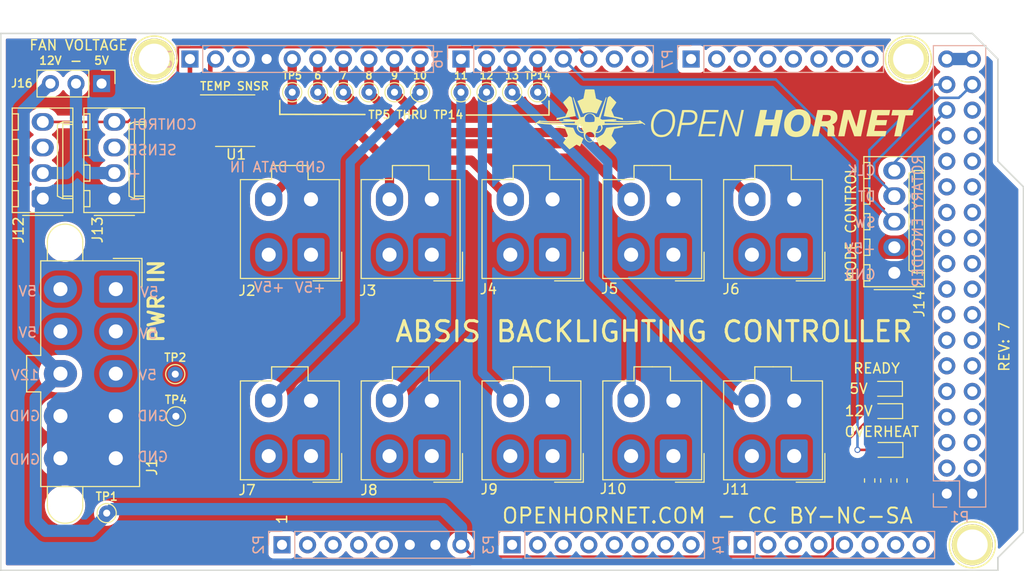
<source format=kicad_pcb>
(kicad_pcb (version 20211014) (generator pcbnew)
  (title_block (title "ABSIS Backlight Controller") (date "2023-03-29") (rev "7") (company "www.openhornet.com") (comment 1 "License:  CC BY-NC-SA") (comment 2 "1:  This is a 2 layer PCB") (comment 3 "2:  Each layer requires a 2 oz Copper Pour"))
  (layers (0 "F.Cu" signal) (31 "B.Cu" signal) (34 "B.Paste" user) (35 "F.Paste" user) (36 "B.SilkS" user "B.Silkscreen") (37 "F.SilkS" user "F.Silkscreen") (38 "B.Mask" user) (39 "F.Mask" user) (44 "Edge.Cuts" user))
  (net 0 "")
  (net 1 "GND")
  (net 2 "+5V")
  (net 3 "+3V3")
  (net 4 "+5VD")
  (net 5 "/+12V_SUPPLY")
  (net 6 "/+5V_SUPPLY")
  (net 7 "/52(SCK)")
  (net 8 "/53(SS)")
  (net 9 "/50(MISO)")
  (net 10 "/51(MOSI)")
  (net 11 "/48")
  (net 12 "/49")
  (net 13 "/46")
  (net 14 "/47")
  (net 15 "/44")
  (net 16 "/45")
  (net 17 "/42")
  (net 18 "/43")
  (net 19 "/40")
  (net 20 "/41")
  (net 21 "/38")
  (net 22 "/39")
  (net 23 "/36")
  (net 24 "/37")
  (net 25 "/34")
  (net 26 "/35")
  (net 27 "/32")
  (net 28 "/33")
  (net 29 "/30")
  (net 30 "/31")
  (net 31 "/28")
  (net 32 "/29")
  (net 33 "/26")
  (net 34 "/27")
  (net 35 "/24")
  (net 36 "/25")
  (net 37 "/22")
  (net 38 "/23")
  (net 39 "/Reset")
  (net 40 "/IOREF")
  (net 41 "Net-(P2-Pad1)")
  (net 42 "/A0")
  (net 43 "/A1")
  (net 44 "/A2")
  (net 45 "/A3")
  (net 46 "/A4")
  (net 47 "/A5")
  (net 48 "/A6")
  (net 49 "/A7")
  (net 50 "/A8")
  (net 51 "/A9")
  (net 52 "/A10")
  (net 53 "/A11")
  (net 54 "/A12")
  (net 55 "/A13")
  (net 56 "/A14")
  (net 57 "/A15")
  (net 58 "/SCL")
  (net 59 "/SDA")
  (net 60 "/AREF")
  (net 61 "/13(**)")
  (net 62 "/12(**)")
  (net 63 "/11(**)")
  (net 64 "/10(**)")
  (net 65 "/9(**)")
  (net 66 "/8(**)")
  (net 67 "/7(**)")
  (net 68 "/6(**)")
  (net 69 "/5(**)")
  (net 70 "/4(**)")
  (net 71 "/3(**)")
  (net 72 "/2(**)")
  (net 73 "/1(Tx0)")
  (net 74 "/0(Rx0)")
  (net 75 "/14(Tx3)")
  (net 76 "/15(Rx3)")
  (net 77 "/16(Tx2)")
  (net 78 "/17(Rx2)")
  (net 79 "/18(Tx1)")
  (net 80 "/19(Rx1)")
  (net 81 "/20(SDA)")
  (net 82 "/21(SCL)")
  (net 83 "Net-(U1-Pad7)")
  (net 84 "Net-(U1-Pad6)")
  (net 85 "Net-(U1-Pad5)")
  (net 86 "Net-(U1-Pad3)")
  (net 87 "Net-(J12-Pad3)")
  (net 88 "/FAN_SUPPLY")
  (net 89 "Net-(J13-Pad3)")
  (net 90 "Net-(D1-Pad1)")
  (net 91 "Net-(D2-Pad1)")
  (net 92 "Net-(D3-Pad1)")
  (footprint "OH_Footprints:Arduino_1pin" (layer "F.Cu") (at 199.898 119.126)
    (fp_text reference "MK3" hide)
    (fp_text value "MH" hide)
    (pad "1" thru_hole circle locked (at 0 0) (size 4.064 4.064) (drill 3.048) (layers *.Cu *.Mask "F.SilkS"))
  )
  (footprint "OH_Footprints:Arduino_1pin" (layer "F.Cu") (at 118.618 70.866)
    (fp_text reference "MK4" hide)
    (fp_text value "MH" hide)
    (pad "1" thru_hole circle locked (at 0 0) (size 4.064 4.064) (drill 3.048) (layers *.Cu *.Mask "F.SilkS"))
  )
  (footprint "OH_Footprints:Arduino_1pin" (layer "F.Cu") (at 193.548 70.866)
    (fp_text reference "MK6" hide)
    (fp_text value "MH" hide)
    (pad "1" thru_hole circle locked (at 0 0) (size 4.064 4.064) (drill 3.048) (layers *.Cu *.Mask "F.SilkS"))
  )
  (footprint "OH_Footprints:TestPoint_THTPad_D1.5mm_Drill0.7mm" (layer "F.Cu") (at 113.902 115.978)
    (fp_text reference "TP1" (at 0 -1.648) (layer "F.SilkS") (effects (font (size 0.8 0.8))))
    (fp_text value "TP-12")
    (pad "1" thru_hole circle (at 0 0) (size 1.5 1.5) (drill 0.7) (layers *.Cu *.Mask) (net 5 "/+12V_SUPPLY"))
  )
  (footprint "OH_Footprints:TestPoint_THTPad_D1.5mm_Drill0.7mm" (layer "F.Cu") (at 120.714 102.172)
    (fp_text reference "TP2" (at 0 -1.648) (layer "F.SilkS") (effects (font (size 0.8 0.8))))
    (fp_text value "TP-5V")
    (pad "1" thru_hole circle (at 0 0) (size 1.5 1.5) (drill 0.7) (layers *.Cu *.Mask) (net 6 "/+5V_SUPPLY"))
  )
  (footprint "OH_Footprints:TestPoint_THTPad_D1.5mm_Drill0.7mm" (layer "F.Cu") (at 120.777 106.362)
    (fp_text reference "TP4" (at 0 -1.648) (layer "F.SilkS") (effects (font (size 0.8 0.8))))
    (fp_text value "TP-GND")
    (pad "1" thru_hole circle (at 0 0) (size 1.5 1.5) (drill 0.7) (layers *.Cu *.Mask) (net 1 "GND"))
  )
  (footprint "OH_Footprints:TestPoint_THTPad_D1.5mm_Drill0.7mm" (layer "F.Cu") (at 149.098 74.168)
    (fp_text reference "11" (at 0 -1.648) (layer "F.SilkS") (effects (font (size 0.7 0.7))))
    (fp_text value "TP-BL7")
    (pad "1" thru_hole circle (at 0 0) (size 1.5 1.5) (drill 0.7) (layers *.Cu *.Mask) (net 67 "/7(**)"))
  )
  (footprint "OH_Footprints:Molex_Mini-Fit_Jr_5566-10A2_2x05_P4.20mm_Vertical" (layer "F.Cu") (at 114.808 93.726 -90)
    (fp_text reference "J1" (at 17.68 -3.5898 -90) (layer "F.SilkS"))
    (fp_text value "PWR IN" hide)
    (pad "" np_thru_hole circle (at -4.7 5.04 270) (size 3 3) (drill 3) (layers *.Cu *.Mask))
    (pad "" np_thru_hole circle (at 21.5 5.04 270) (size 3 3) (drill 3) (layers *.Cu *.Mask))
    (pad "1" thru_hole roundrect (at 0 0 270) (size 2.7 3.3) (drill 1.4) (layers *.Cu *.Mask) (roundrect_rratio 0.09259296296) (net 6 "/+5V_SUPPLY"))
    (pad "2" thru_hole oval (at 4.2 0 270) (size 2.7 3.3) (drill 1.4) (layers *.Cu *.Mask) (net 6 "/+5V_SUPPLY"))
    (pad "3" thru_hole oval (at 8.4 0 270) (size 2.7 3.3) (drill 1.4) (layers *.Cu *.Mask) (net 6 "/+5V_SUPPLY"))
    (pad "4" thru_hole oval (at 12.6 0 270) (size 2.7 3.3) (drill 1.4) (layers *.Cu *.Mask) (net 1 "GND"))
    (pad "5" thru_hole oval (at 16.8 0 270) (size 2.7 3.3) (drill 1.4) (layers *.Cu *.Mask) (net 1 "GND"))
    (pad "6" thru_hole oval (at 0 5.5 270) (size 2.7 3.3) (drill 1.4) (layers *.Cu *.Mask) (net 6 "/+5V_SUPPLY"))
    (pad "7" thru_hole oval (at 4.2 5.5 270) (size 2.7 3.3) (drill 1.4) (layers *.Cu *.Mask) (net 6 "/+5V_SUPPLY"))
    (pad "8" thru_hole oval (at 8.4 5.5 270) (size 2.7 3.3) (drill 1.4) (layers *.Cu *.Mask) (net 5 "/+12V_SUPPLY"))
    (pad "9" thru_hole oval (at 12.6 5.5 270) (size 2.7 3.3) (drill 1.4) (layers *.Cu *.Mask) (net 1 "GND"))
    (pad "10" thru_hole oval (at 16.8 5.5 270) (size 2.7 3.3) (drill 1.4) (layers *.Cu *.Mask) (net 1 "GND"))
  )
  (footprint "OH_Footprints:Molex_Mini-Fit_Jr_5566-04A_2x02_P4.20mm_Vertical" (layer "F.Cu") (at 146.198 90.306 180)
    (fp_text reference "J3" (at 6.3626 -3.574 180) (layer "F.SilkS"))
    (fp_text value "BL #2")
    (pad "1" thru_hole roundrect (at 0 0 180) (size 2.7 3.3) (drill 1.4) (layers *.Cu *.Mask) (roundrect_rratio 0.09259296296) (net 6 "/+5V_SUPPLY"))
    (pad "2" thru_hole oval (at 4.2 0 180) (size 2.7 3.3) (drill 1.4) (layers *.Cu *.Mask) (net 6 "/+5V_SUPPLY"))
    (pad "3" thru_hole oval (at 0 5.5 180) (size 2.7 3.3) (drill 1.4) (layers *.Cu *.Mask) (net 1 "GND"))
    (pad "4" thru_hole oval (at 4.2 5.5 180) (size 2.7 3.3) (drill 1.4) (layers *.Cu *.Mask) (net 62 "/12(**)"))
  )
  (footprint "OH_Footprints:Molex_Mini-Fit_Jr_5566-04A_2x02_P4.20mm_Vertical" (layer "F.Cu") (at 158.198 90.306 180)
    (fp_text reference "J4" (at 6.3738 -3.4216 180) (layer "F.SilkS"))
    (fp_text value "BL #3")
    (pad "1" thru_hole roundrect (at 0 0 180) (size 2.7 3.3) (drill 1.4) (layers *.Cu *.Mask) (roundrect_rratio 0.09259296296) (net 6 "/+5V_SUPPLY"))
    (pad "2" thru_hole oval (at 4.2 0 180) (size 2.7 3.3) (drill 1.4) (layers *.Cu *.Mask) (net 6 "/+5V_SUPPLY"))
    (pad "3" thru_hole oval (at 0 5.5 180) (size 2.7 3.3) (drill 1.4) (layers *.Cu *.Mask) (net 1 "GND"))
    (pad "4" thru_hole oval (at 4.2 5.5 180) (size 2.7 3.3) (drill 1.4) (layers *.Cu *.Mask) (net 63 "/11(**)"))
  )
  (footprint "OH_Footprints:Molex_Mini-Fit_Jr_5566-04A_2x02_P4.20mm_Vertical" (layer "F.Cu") (at 170.198 90.306 180)
    (fp_text reference "J5" (at 6.3342 -3.3708 180) (layer "F.SilkS"))
    (fp_text value "BL #4")
    (pad "1" thru_hole roundrect (at 0 0 180) (size 2.7 3.3) (drill 1.4) (layers *.Cu *.Mask) (roundrect_rratio 0.09259296296) (net 6 "/+5V_SUPPLY"))
    (pad "2" thru_hole oval (at 4.2 0 180) (size 2.7 3.3) (drill 1.4) (layers *.Cu *.Mask) (net 6 "/+5V_SUPPLY"))
    (pad "3" thru_hole oval (at 0 5.5 180) (size 2.7 3.3) (drill 1.4) (layers *.Cu *.Mask) (net 1 "GND"))
    (pad "4" thru_hole oval (at 4.2 5.5 180) (size 2.7 3.3) (drill 1.4) (layers *.Cu *.Mask) (net 64 "/10(**)"))
  )
  (footprint "OH_Footprints:Molex_Mini-Fit_Jr_5566-04A_2x02_P4.20mm_Vertical" (layer "F.Cu") (at 182.198 90.306 180)
    (fp_text reference "J6" (at 6.2692 -3.4216 180) (layer "F.SilkS"))
    (fp_text value "BL #5")
    (pad "1" thru_hole roundrect (at 0 0 180) (size 2.7 3.3) (drill 1.4) (layers *.Cu *.Mask) (roundrect_rratio 0.09259296296) (net 6 "/+5V_SUPPLY"))
    (pad "2" thru_hole oval (at 4.2 0 180) (size 2.7 3.3) (drill 1.4) (layers *.Cu *.Mask) (net 6 "/+5V_SUPPLY"))
    (pad "3" thru_hole oval (at 0 5.5 180) (size 2.7 3.3) (drill 1.4) (layers *.Cu *.Mask) (net 1 "GND"))
    (pad "4" thru_hole oval (at 4.2 5.5 180) (size 2.7 3.3) (drill 1.4) (layers *.Cu *.Mask) (net 65 "/9(**)"))
  )
  (footprint "OH_Footprints:Molex_Mini-Fit_Jr_5566-04A_2x02_P4.20mm_Vertical" (layer "F.Cu") (at 134.198 110.306 180)
    (fp_text reference "J7" (at 6.3514 -3.386 180) (layer "F.SilkS"))
    (fp_text value "BL #6")
    (pad "1" thru_hole roundrect (at 0 0 180) (size 2.7 3.3) (drill 1.4) (layers *.Cu *.Mask) (roundrect_rratio 0.09259296296) (net 6 "/+5V_SUPPLY"))
    (pad "2" thru_hole oval (at 4.2 0 180) (size 2.7 3.3) (drill 1.4) (layers *.Cu *.Mask) (net 6 "/+5V_SUPPLY"))
    (pad "3" thru_hole oval (at 0 5.5 180) (size 2.7 3.3) (drill 1.4) (layers *.Cu *.Mask) (net 1 "GND"))
    (pad "4" thru_hole oval (at 4.2 5.5 180) (size 2.7 3.3) (drill 1.4) (layers *.Cu *.Mask) (net 66 "/8(**)"))
  )
  (footprint "OH_Footprints:Molex_Mini-Fit_Jr_5566-04A_2x02_P4.20mm_Vertical" (layer "F.Cu") (at 146.198 110.306 180)
    (fp_text reference "J8" (at 6.2356 -3.386 180) (layer "F.SilkS"))
    (fp_text value "BL #7")
    (pad "1" thru_hole roundrect (at 0 0 180) (size 2.7 3.3) (drill 1.4) (layers *.Cu *.Mask) (roundrect_rratio 0.09259296296) (net 6 "/+5V_SUPPLY"))
    (pad "2" thru_hole oval (at 4.2 0 180) (size 2.7 3.3) (drill 1.4) (layers *.Cu *.Mask) (net 6 "/+5V_SUPPLY"))
    (pad "3" thru_hole oval (at 0 5.5 180) (size 2.7 3.3) (drill 1.4) (layers *.Cu *.Mask) (net 1 "GND"))
    (pad "4" thru_hole oval (at 4.2 5.5 180) (size 2.7 3.3) (drill 1.4) (layers *.Cu *.Mask) (net 67 "/7(**)"))
  )
  (footprint "OH_Footprints:Molex_Mini-Fit_Jr_5566-04A_2x02_P4.20mm_Vertical" (layer "F.Cu") (at 158.198 110.306 180)
    (fp_text reference "J9" (at 6.2976 -3.3098 180) (layer "F.SilkS"))
    (fp_text value "BL #8")
    (pad "1" thru_hole roundrect (at 0 0 180) (size 2.7 3.3) (drill 1.4) (layers *.Cu *.Mask) (roundrect_rratio 0.09259296296) (net 6 "/+5V_SUPPLY"))
    (pad "2" thru_hole oval (at 4.2 0 180) (size 2.7 3.3) (drill 1.4) (layers *.Cu *.Mask) (net 6 "/+5V_SUPPLY"))
    (pad "3" thru_hole oval (at 0 5.5 180) (size 2.7 3.3) (drill 1.4) (layers *.Cu *.Mask) (net 1 "GND"))
    (pad "4" thru_hole oval (at 4.2 5.5 180) (size 2.7 3.3) (drill 1.4) (layers *.Cu *.Mask) (net 68 "/6(**)"))
  )
  (footprint "OH_Footprints:Molex_Mini-Fit_Jr_5566-04A_2x02_P4.20mm_Vertical" (layer "F.Cu") (at 170.198 110.306 180)
    (fp_text reference "J10" (at 5.9786 -3.259 180) (layer "F.SilkS"))
    (fp_text value "BL #9")
    (pad "1" thru_hole roundrect (at 0 0 180) (size 2.7 3.3) (drill 1.4) (layers *.Cu *.Mask) (roundrect_rratio 0.09259296296) (net 6 "/+5V_SUPPLY"))
    (pad "2" thru_hole oval (at 4.2 0 180) (size 2.7 3.3) (drill 1.4) (layers *.Cu *.Mask) (net 6 "/+5V_SUPPLY"))
    (pad "3" thru_hole oval (at 0 5.5 180) (size 2.7 3.3) (drill 1.4) (layers *.Cu *.Mask) (net 1 "GND"))
    (pad "4" thru_hole oval (at 4.2 5.5 180) (size 2.7 3.3) (drill 1.4) (layers *.Cu *.Mask) (net 69 "/5(**)"))
  )
  (footprint "OH_Footprints:Molex_Mini-Fit_Jr_5566-04A_2x02_P4.20mm_Vertical" (layer "F.Cu") (at 182.198 110.306 180)
    (fp_text reference "J11" (at 5.7866 -3.3098 180) (layer "F.SilkS"))
    (fp_text value "BL #10")
    (pad "1" thru_hole roundrect (at 0 0 180) (size 2.7 3.3) (drill 1.4) (layers *.Cu *.Mask) (roundrect_rratio 0.09259296296) (net 6 "/+5V_SUPPLY"))
    (pad "2" thru_hole oval (at 4.2 0 180) (size 2.7 3.3) (drill 1.4) (layers *.Cu *.Mask) (net 6 "/+5V_SUPPLY"))
    (pad "3" thru_hole oval (at 0 5.5 180) (size 2.7 3.3) (drill 1.4) (layers *.Cu *.Mask) (net 1 "GND"))
    (pad "4" thru_hole oval (at 4.2 5.5 180) (size 2.7 3.3) (drill 1.4) (layers *.Cu *.Mask) (net 70 "/4(**)"))
  )
  (footprint "OH_Footprints:TestPoint_THTPad_D1.5mm_Drill0.7mm" (layer "F.Cu") (at 134.874 74.168)
    (fp_text reference "6" (at 0 -1.648) (layer "F.SilkS") (effects (font (size 0.7 0.7))))
    (fp_text value "TP-BL2")
    (pad "1" thru_hole circle (at 0 0) (size 1.5 1.5) (drill 0.7) (layers *.Cu *.Mask) (net 62 "/12(**)"))
  )
  (footprint "OH_Footprints:TestPoint_THTPad_D1.5mm_Drill0.7mm" (layer "F.Cu") (at 132.334 74.168)
    (fp_text reference "TP5" (at 0 -1.648) (layer "F.SilkS") (effects (font (size 0.7 0.7))))
    (fp_text value "TP-BL1")
    (pad "1" thru_hole circle (at 0 0) (size 1.5 1.5) (drill 0.7) (layers *.Cu *.Mask) (net 61 "/13(**)"))
  )
  (footprint "OH_Footprints:TestPoint_THTPad_D1.5mm_Drill0.7mm" (layer "F.Cu") (at 151.638 74.168)
    (fp_text reference "12" (at 0 -1.648) (layer "F.SilkS") (effects (font (size 0.7 0.7))))
    (fp_text value "TP-BL8")
    (pad "1" thru_hole circle (at 0 0) (size 1.5 1.5) (drill 0.7) (layers *.Cu *.Mask) (net 68 "/6(**)"))
  )
  (footprint "OH_Footprints:TestPoint_THTPad_D1.5mm_Drill0.7mm" (layer "F.Cu") (at 145.034 74.168)
    (fp_text reference "10" (at 0 -1.648) (layer "F.SilkS") (effects (font (size 0.7 0.7))))
    (fp_text value "TP-BL6")
    (pad "1" thru_hole circle (at 0 0) (size 1.5 1.5) (drill 0.7) (layers *.Cu *.Mask) (net 66 "/8(**)"))
  )
  (footprint "OH_Footprints:TestPoint_THTPad_D1.5mm_Drill0.7mm" (layer "F.Cu") (at 142.494 74.168)
    (fp_text reference "9" (at 0 -1.648) (layer "F.SilkS") (effects (font (size 0.7 0.7))))
    (fp_text value "TP-BL5")
    (pad "1" thru_hole circle (at 0 0) (size 1.5 1.5) (drill 0.7) (layers *.Cu *.Mask) (net 65 "/9(**)"))
  )
  (footprint "OH_Footprints:TestPoint_THTPad_D1.5mm_Drill0.7mm" (layer "F.Cu") (at 154.178 74.168)
    (fp_text reference "13" (at 0 -1.648) (layer "F.SilkS") (effects (font (size 0.7 0.7))))
    (fp_text value "TP-BL9")
    (pad "1" thru_hole circle (at 0 0) (size 1.5 1.5) (drill 0.7) (layers *.Cu *.Mask) (net 69 "/5(**)"))
  )
  (footprint "OH_Footprints:TestPoint_THTPad_D1.5mm_Drill0.7mm" (layer "F.Cu") (at 139.954 74.168)
    (fp_text reference "8" (at 0 -1.648) (layer "F.SilkS") (effects (font (size 0.7 0.7))))
    (fp_text value "TP-BL4")
    (pad "1" thru_hole circle (at 0 0) (size 1.5 1.5) (drill 0.7) (layers *.Cu *.Mask) (net 64 "/10(**)"))
  )
  (footprint "OH_Footprints:TestPoint_THTPad_D1.5mm_Drill0.7mm" (layer "F.Cu") (at 156.718 74.168)
    (fp_text reference "TP14" (at 0 -1.648) (layer "F.SilkS") (effects (font (size 0.7 0.7))))
    (fp_text value "TP-BL10")
    (pad "1" thru_hole circle (at 0 0) (size 1.5 1.5) (drill 0.7) (layers *.Cu *.Mask) (net 70 "/4(**)"))
  )
  (footprint "OH_Footprints:TestPoint_THTPad_D1.5mm_Drill0.7mm" (layer "F.Cu") (at 137.414 74.168)
    (fp_text reference "7" (at 0 -1.648) (layer "F.SilkS") (effects (font (size 0.7 0.7))))
    (fp_text value "TP-BL3")
    (pad "1" thru_hole circle (at 0 0) (size 1.5 1.5) (drill 0.7) (layers *.Cu *.Mask) (net 63 "/11(**)"))
  )
  (footprint "OH_Footprints:Molex_Mini-Fit_Jr_5566-04A_2x02_P4.20mm_Vertical" (layer "F.Cu") (at 134.198 90.306 180)
    (fp_text reference "J2" (at 6.3514 -3.574 180) (layer "F.SilkS"))
    (fp_text value "BL #1")
    (pad "1" thru_hole roundrect (at 0 0 180) (size 2.7 3.3) (drill 1.4) (layers *.Cu *.Mask) (roundrect_rratio 0.09259296296) (net 6 "/+5V_SUPPLY"))
    (pad "2" thru_hole oval (at 4.2 0 180) (size 2.7 3.3) (drill 1.4) (layers *.Cu *.Mask) (net 6 "/+5V_SUPPLY"))
    (pad "3" thru_hole oval (at 0 5.5 180) (size 2.7 3.3) (drill 1.4) (layers *.Cu *.Mask) (net 1 "GND"))
    (pad "4" thru_hole oval (at 4.2 5.5 180) (size 2.7 3.3) (drill 1.4) (layers *.Cu *.Mask) (net 61 "/13(**)"))
  )
  (footprint "OH_Footprints:LED_0603_1608Metric_Pad1.05x0.95mm_HandSolder" (layer "F.Cu") (at 191.291 103.628 180)
    (fp_text reference "D1" hide)
    (fp_text value "5V" (at 2.693 0.012) (layer "F.SilkS"))
    (pad "1" smd roundrect (at -0.875 0 180) (size 1.05 0.95) (layers "F.Cu" "F.Paste" "F.Mask") (net 90 "Net-(D1-Pad1)"))
    (pad "2" smd roundrect (at 0.875 0 180) (size 1.05 0.95) (layers "F.Cu" "F.Paste" "F.Mask") (net 6 "/+5V_SUPPLY"))
  )
  (footprint "OH_Footprints:LED_0603_1608Metric_Pad1.05x0.95mm_HandSolder" (layer "F.Cu") (at 191.308 105.846 180)
    (fp_text reference "D2" hide)
    (fp_text value "12V" (at 2.693 0.012) (layer "F.SilkS"))
    (pad "1" smd roundrect (at -0.875 0 180) (size 1.05 0.95) (layers "F.Cu" "F.Paste" "F.Mask") (net 91 "Net-(D2-Pad1)"))
    (pad "2" smd roundrect (at 0.875 0 180) (size 1.05 0.95) (layers "F.Cu" "F.Paste" "F.Mask") (net 5 "/+12V_SUPPLY"))
  )
  (footprint "OH_Footprints:R_0603_1608Metric_Pad1.05x0.95mm_HandSolder" (layer "F.Cu") (at 192.908 112.736 90)
    (fp_text reference "R1" hide)
    (fp_text value "2.2K")
    (pad "1" smd roundrect (at -0.875 0 90) (size 1.05 0.95) (layers "F.Cu" "F.Paste" "F.Mask") (net 1 "GND"))
    (pad "2" smd roundrect (at 0.875 0 90) (size 1.05 0.95) (layers "F.Cu" "F.Paste" "F.Mask") (net 90 "Net-(D1-Pad1)"))
  )
  (footprint "OH_Footprints:R_0603_1608Metric_Pad1.05x0.95mm_HandSolder" (layer "F.Cu") (at 191.303 112.736 90)
    (fp_text reference "R2" hide)
    (fp_text value "4.7K")
    (pad "1" smd roundrect (at -0.875 0 90) (size 1.05 0.95) (layers "F.Cu" "F.Paste" "F.Mask") (net 1 "GND"))
    (pad "2" smd roundrect (at 0.875 0 90) (size 1.05 0.95) (layers "F.Cu" "F.Paste" "F.Mask") (net 91 "Net-(D2-Pad1)"))
  )
  (footprint "OH_Footprints:SOIC-8_3.9x4.9mm_P1.27mm" (layer "F.Cu") (at 126.667 76.989)
    (fp_text reference "U1" (at 0.0874 3.3528) (layer "F.SilkS"))
    (fp_text value "LM75C")
    (pad "1" smd roundrect (at -2.475 -1.905) (size 1.95 0.6) (layers "F.Cu" "F.Paste" "F.Mask") (net 59 "/SDA"))
    (pad "2" smd roundrect (at -2.475 -0.635) (size 1.95 0.6) (layers "F.Cu" "F.Paste" "F.Mask") (net 58 "/SCL"))
    (pad "3" smd roundrect (at -2.475 0.635) (size 1.95 0.6) (layers "F.Cu" "F.Paste" "F.Mask") (net 86 "Net-(U1-Pad3)"))
    (pad "4" smd roundrect (at -2.475 1.905) (size 1.95 0.6) (layers "F.Cu" "F.Paste" "F.Mask") (net 1 "GND"))
    (pad "5" smd roundrect (at 2.475 1.905) (size 1.95 0.6) (layers "F.Cu" "F.Paste" "F.Mask") (net 85 "Net-(U1-Pad5)"))
    (pad "6" smd roundrect (at 2.475 0.635) (size 1.95 0.6) (layers "F.Cu" "F.Paste" "F.Mask") (net 84 "Net-(U1-Pad6)"))
    (pad "7" smd roundrect (at 2.475 -0.635) (size 1.95 0.6) (layers "F.Cu" "F.Paste" "F.Mask") (net 83 "Net-(U1-Pad7)"))
    (pad "8" smd roundrect (at 2.475 -1.905) (size 1.95 0.6) (layers "F.Cu" "F.Paste" "F.Mask") (net 6 "/+5V_SUPPLY"))
  )
  (footprint "OH_Footprints:OH_LOGO_37.7mm_5.9mm" (layer "F.Cu") (at 175.223065 76.862)
    (fp_text reference "G***" hide)
    (fp_text value "LOGO" hide)
  )
  (footprint "OH_Footprints:Molex_KK-254_AE-6410-04A_1x04_P2.54mm_Vertical" (layer "F.Cu") (at 107.552 84.736 90)
    (fp_text reference "J12" (at -3.1242 -2.413 90) (layer "F.SilkS"))
    (fp_text value "Conn_01x04_Female")
    (pad "1" thru_hole roundrect (at 0 0 90) (size 1.74 2.19) (drill 1.19) (layers *.Cu *.Mask) (roundrect_rratio 0.1436781609) (net 1 "GND"))
    (pad "2" thru_hole oval (at 2.54 0 90) (size 1.74 2.19) (drill 1.19) (layers *.Cu *.Mask) (net 88 "/FAN_SUPPLY"))
    (pad "3" thru_hole oval (at 5.08 0 90) (size 1.74 2.19) (drill 1.19) (layers *.Cu *.Mask) (net 87 "Net-(J12-Pad3)"))
    (pad "4" thru_hole oval (at 7.62 0 90) (size 1.74 2.19) (drill 1.19) (layers *.Cu *.Mask) (net 72 "/2(**)"))
  )
  (footprint "OH_Footprints:Molex_KK-254_AE-6410-04A_1x04_P2.54mm_Vertical" (layer "F.Cu") (at 114.664 84.736 90)
    (fp_text reference "J13" (at -3.0988 -1.6764 90) (layer "F.SilkS"))
    (fp_text value "Conn_01x04_Female")
    (pad "1" thru_hole roundrect (at 0 0 90) (size 1.74 2.19) (drill 1.19) (layers *.Cu *.Mask) (roundrect_rratio 0.1436781609) (net 1 "GND"))
    (pad "2" thru_hole oval (at 2.54 0 90) (size 1.74 2.19) (drill 1.19) (layers *.Cu *.Mask) (net 88 "/FAN_SUPPLY"))
    (pad "3" thru_hole oval (at 5.08 0 90) (size 1.74 2.19) (drill 1.19) (layers *.Cu *.Mask) (net 89 "Net-(J13-Pad3)"))
    (pad "4" thru_hole oval (at 7.62 0 90) (size 1.74 2.19) (drill 1.19) (layers *.Cu *.Mask) (net 72 "/2(**)"))
  )
  (footprint "OH_Footprints:PinHeader_1x03_P2.54mm_Vertical" (layer "F.Cu") (at 113.394 73.306 -90)
    (fp_text reference "J16" (at -0.0254 7.9248) (layer "F.SilkS") (effects (font (size 0.8 0.8))))
    (fp_text value "Fan voltage selector")
    (pad "1" thru_hole rect (at 0 0 270) (size 1.7 1.7) (drill 1) (layers *.Cu *.Mask) (net 6 "/+5V_SUPPLY"))
    (pad "2" thru_hole oval (at 0 2.54 270) (size 1.7 1.7) (drill 1) (layers *.Cu *.Mask) (net 88 "/FAN_SUPPLY"))
    (pad "3" thru_hole oval (at 0 5.08 270) (size 1.7 1.7) (drill 1) (layers *.Cu *.Mask) (net 5 "/+12V_SUPPLY"))
  )
  (footprint "OH_Footprints:Molex_KK-254_AE-6410-05A_1x05_P2.54mm_Vertical" (layer "F.Cu") (at 192.148 92.106 90)
    (fp_text reference "J14" (at -3.0948 2.4752 90) (layer "F.SilkS"))
    (fp_text value "Conn_01x05_Female")
    (pad "1" thru_hole roundrect (at 0 0 90) (size 1.74 2.19) (drill 1.19) (layers *.Cu *.Mask) (roundrect_rratio 0.1436781609) (net 1 "GND"))
    (pad "2" thru_hole oval (at 2.54 0 90) (size 1.74 2.19) (drill 1.19) (layers *.Cu *.Mask) (net 6 "/+5V_SUPPLY"))
    (pad "3" thru_hole oval (at 5.08 0 90) (size 1.74 2.19) (drill 1.19) (layers *.Cu *.Mask) (net 37 "/22"))
    (pad "4" thru_hole oval (at 7.62 0 90) (size 1.74 2.19) (drill 1.19) (layers *.Cu *.Mask) (net 38 "/23"))
    (pad "5" thru_hole oval (at 10.16 0 90) (size 1.74 2.19) (drill 1.19) (layers *.Cu *.Mask) (net 35 "/24"))
  )
  (footprint "OH_Footprints:LED_0603_1608Metric_Pad1.05x0.95mm_HandSolder" (layer "F.Cu") (at 191.333 109.696 180)
    (fp_text reference "D3" hide)
    (fp_text value "Overtemp" hide)
    (pad "1" smd roundrect (at -0.875 0 180) (size 1.05 0.95) (layers "F.Cu" "F.Paste" "F.Mask") (net 92 "Net-(D3-Pad1)"))
    (pad "2" smd roundrect (at 0.875 0 180) (size 1.05 0.95) (layers "F.Cu" "F.Paste" "F.Mask") (net 71 "/3(**)"))
  )
  (footprint "OH_Footprints:R_0603_1608Metric_Pad1.05x0.95mm_HandSolder" (layer "F.Cu") (at 189.698 112.736 90)
    (fp_text reference "R3" hide)
    (fp_text value "2.2K")
    (pad "1" smd roundrect (at -0.875 0 90) (size 1.05 0.95) (layers "F.Cu" "F.Paste" "F.Mask") (net 1 "GND"))
    (pad "2" smd roundrect (at 0.875 0 90) (size 1.05 0.95) (layers "F.Cu" "F.Paste" "F.Mask") (net 92 "Net-(D3-Pad1)"))
  )
  (footprint "OH_Footprints:PinHeader_2x18_P2.54mm_Vertical" (layer "B.Cu") (at 197.358 114.046)
    (fp_text reference "P1" (at 1.27 2.33 180) (layer "B.SilkS") (effects (justify mirror)))
    (fp_text value "Digital")
    (pad "1" thru_hole rect (at 0 0) (size 1.7 1.7) (drill 1) (layers *.Cu *.Mask) (net 1 "GND"))
    (pad "2" thru_hole oval (at 2.54 0) (size 1.7 1.7) (drill 1) (layers *.Cu *.Mask) (net 1 "GND"))
    (pad "3" thru_hole oval (at 0 -2.54) (size 1.7 1.7) (drill 1) (layers *.Cu *.Mask) (net 7 "/52(SCK)"))
    (pad "4" thru_hole oval (at 2.54 -2.54) (size 1.7 1.7) (drill 1) (layers *.Cu *.Mask) (net 8 "/53(SS)"))
    (pad "5" thru_hole oval (at 0 -5.08) (size 1.7 1.7) (drill 1) (layers *.Cu *.Mask) (net 9 "/50(MISO)"))
    (pad "6" thru_hole oval (at 2.54 -5.08) (size 1.7 1.7) (drill 1) (layers *.Cu *.Mask) (net 10 "/51(MOSI)"))
    (pad "7" thru_hole oval (at 0 -7.62) (size 1.7 1.7) (drill 1) (layers *.Cu *.Mask) (net 11 "/48"))
    (pad "8" thru_hole oval (at 2.54 -7.62) (size 1.7 1.7) (drill 1) (layers *.Cu *.Mask) (net 12 "/49"))
    (pad "9" thru_hole oval (at 0 -10.16) (size 1.7 1.7) (drill 1) (layers *.Cu *.Mask) (net 13 "/46"))
    (pad "10" thru_hole oval (at 2.54 -10.16) (size 1.7 1.7) (drill 1) (layers *.Cu *.Mask) (net 14 "/47"))
    (pad "11" thru_hole oval (at 0 -12.7) (size 1.7 1.7) (drill 1) (layers *.Cu *.Mask) (net 15 "/44"))
    (pad "12" thru_hole oval (at 2.54 -12.7) (size 1.7 1.7) (drill 1) (layers *.Cu *.Mask) (net 16 "/45"))
    (pad "13" thru_hole oval (at 0 -15.24) (size 1.7 1.7) (drill 1) (layers *.Cu *.Mask) (net 17 "/42"))
    (pad "14" thru_hole oval (at 2.54 -15.24) (size 1.7 1.7) (drill 1) (layers *.Cu *.Mask) (net 18 "/43"))
    (pad "15" thru_hole oval (at 0 -17.78) (size 1.7 1.7) (drill 1) (layers *.Cu *.Mask) (net 19 "/40"))
    (pad "16" thru_hole oval (at 2.54 -17.78) (size 1.7 1.7) (drill 1) (layers *.Cu *.Mask) (net 20 "/41"))
    (pad "17" thru_hole oval (at 0 -20.32) (size 1.7 1.7) (drill 1) (layers *.Cu *.Mask) (net 21 "/38"))
    (pad "18" thru_hole oval (at 2.54 -20.32) (size 1.7 1.7) (drill 1) (layers *.Cu *.Mask) (net 22 "/39"))
    (pad "19" thru_hole oval (at 0 -22.86) (size 1.7 1.7) (drill 1) (layers *.Cu *.Mask) (net 23 "/36"))
    (pad "20" thru_hole oval (at 2.54 -22.86) (size 1.7 1.7) (drill 1) (layers *.Cu *.Mask) (net 24 "/37"))
    (pad "21" thru_hole oval (at 0 -25.4) (size 1.7 1.7) (drill 1) (layers *.Cu *.Mask) (net 25 "/34"))
    (pad "22" thru_hole oval (at 2.54 -25.4) (size 1.7 1.7) (drill 1) (layers *.Cu *.Mask) (net 26 "/35"))
    (pad "23" thru_hole oval (at 0 -27.94) (size 1.7 1.7) (drill 1) (layers *.Cu *.Mask) (net 27 "/32"))
    (pad "24" thru_hole oval (at 2.54 -27.94) (size 1.7 1.7) (drill 1) (layers *.Cu *.Mask) (net 28 "/33"))
    (pad "25" thru_hole oval (at 0 -30.48) (size 1.7 1.7) (drill 1) (layers *.Cu *.Mask) (net 29 "/30"))
    (pad "26" thru_hole oval (at 2.54 -30.48) (size 1.7 1.7) (drill 1) (layers *.Cu *.Mask) (net 30 "/31"))
    (pad "27" thru_hole oval (at 0 -33.02) (size 1.7 1.7) (drill 1) (layers *.Cu *.Mask) (net 31 "/28"))
    (pad "28" thru_hole oval (at 2.54 -33.02) (size 1.7 1.7) (drill 1) (layers *.Cu *.Mask) (net 32 "/29"))
    (pad "29" thru_hole oval (at 0 -35.56) (size 1.7 1.7) (drill 1) (layers *.Cu *.Mask) (net 33 "/26"))
    (pad "30" thru_hole oval (at 2.54 -35.56) (size 1.7 1.7) (drill 1) (layers *.Cu *.Mask) (net 34 "/27"))
    (pad "31" thru_hole oval (at 0 -38.1) (size 1.7 1.7) (drill 1) (layers *.Cu *.Mask) (net 35 "/24"))
    (pad "32" thru_hole oval (at 2.54 -38.1) (size 1.7 1.7) (drill 1) (layers *.Cu *.Mask) (net 36 "/25"))
    (pad "33" thru_hole oval (at 0 -40.64) (size 1.7 1.7) (drill 1) (layers *.Cu *.Mask) (net 37 "/22"))
    (pad "34" thru_hole oval (at 2.54 -40.64) (size 1.7 1.7) (drill 1) (layers *.Cu *.Mask) (net 38 "/23"))
    (pad "35" thru_hole oval (at 0 -43.18) (size 1.7 1.7) (drill 1) (layers *.Cu *.Mask) (net 4 "+5VD"))
    (pad "36" thru_hole oval (at 2.54 -43.18) (size 1.7 1.7) (drill 1) (layers *.Cu *.Mask) (net 4 "+5VD"))
  )
  (footprint "OH_Footprints:PinHeader_1x08_P2.54mm_Vertical" (layer "B.Cu") (at 131.318 119.126 -90)
    (fp_text reference "P2" (at 0 2.33 90) (layer "B.SilkS") (effects (justify mirror)))
    (fp_text value "Power")
    (pad "1" thru_hole rect (at 0 0 270) (size 1.7 1.7) (drill 1) (layers *.Cu *.Mask) (net 41 "Net-(P2-Pad1)"))
    (pad "2" thru_hole oval (at 0 -2.54 270) (size 1.7 1.7) (drill 1) (layers *.Cu *.Mask) (net 40 "/IOREF"))
    (pad "3" thru_hole oval (at 0 -5.08 270) (size 1.7 1.7) (drill 1) (layers *.Cu *.Mask) (net 39 "/Reset"))
    (pad "4" thru_hole oval (at 0 -7.62 270) (size 1.7 1.7) (drill 1) (layers *.Cu *.Mask) (net 3 "+3V3"))
    (pad "5" thru_hole oval (at 0 -10.16 270) (size 1.7 1.7) (drill 1) (layers *.Cu *.Mask) (net 2 "+5V"))
    (pad "6" thru_hole oval (at 0 -12.7 270) (size 1.7 1.7) (drill 1) (layers *.Cu *.Mask) (net 1 "GND"))
    (pad "7" thru_hole oval (at 0 -15.24 270) (size 1.7 1.7) (drill 1) (layers *.Cu *.Mask) (net 1 "GND"))
    (pad "8" thru_hole oval (at 0 -17.78 270) (size 1.7 1.7) (drill 1) (layers *.Cu *.Mask) (net 5 "/+12V_SUPPLY"))
  )
  (footprint "OH_Footprints:PinHeader_1x08_P2.54mm_Vertical" (layer "B.Cu") (at 154.178 119.126 -90)
    (fp_text reference "P3" (at 0 2.33 90) (layer "B.SilkS") (effects (justify mirror)))
    (fp_text value "Analog")
    (pad "1" thru_hole rect (at 0 0 270) (size 1.7 1.7) (drill 1) (layers *.Cu *.Mask) (net 42 "/A0"))
    (pad "2" thru_hole oval (at 0 -2.54 270) (size 1.7 1.7) (drill 1) (layers *.Cu *.Mask) (net 43 "/A1"))
    (pad "3" thru_hole oval (at 0 -5.08 270) (size 1.7 1.7) (drill 1) (layers *.Cu *.Mask) (net 44 "/A2"))
    (pad "4" thru_hole oval (at 0 -7.62 270) (size 1.7 1.7) (drill 1) (layers *.Cu *.Mask) (net 45 "/A3"))
    (pad "5" thru_hole oval (at 0 -10.16 270) (size 1.7 1.7) (drill 1) (layers *.Cu *.Mask) (net 46 "/A4"))
    (pad "6" thru_hole oval (at 0 -12.7 270) (size 1.7 1.7) (drill 1) (layers *.Cu *.Mask) (net 47 "/A5"))
    (pad "7" thru_hole oval (at 0 -15.24 270) (size 1.7 1.7) (drill 1) (layers *.Cu *.Mask) (net 48 "/A6"))
    (pad "8" thru_hole oval (at 0 -17.78 270) (size 1.7 1.7) (drill 1) (layers *.Cu *.Mask) (net 49 "/A7"))
  )
  (footprint "OH_Footprints:PinHeader_1x08_P2.54mm_Vertical" (layer "B.Cu") (at 177.038 119.126 -90)
    (fp_text reference "P4" (at 0 2.33 90) (layer "B.SilkS") (effects (justify mirror)))
    (fp_text value "Analog")
    (pad "1" thru_hole rect (at 0 0 270) (size 1.7 1.7) (drill 1) (layers *.Cu *.Mask) (net 50 "/A8"))
    (pad "2" thru_hole oval (at 0 -2.54 270) (size 1.7 1.7) (drill 1) (layers *.Cu *.Mask) (net 51 "/A9"))
    (pad "3" thru_hole oval (at 0 -5.08 270) (size 1.7 1.7) (drill 1) (layers *.Cu *.Mask) (net 52 "/A10"))
    (pad "4" thru_hole oval (at 0 -7.62 270) (size 1.7 1.7) (drill 1) (layers *.Cu *.Mask) (net 53 "/A11"))
    (pad "5" thru_hole oval (at 0 -10.16 270) (size 1.7 1.7) (drill 1) (layers *.Cu *.Mask) (net 54 "/A12"))
    (pad "6" thru_hole oval (at 0 -12.7 270) (size 1.7 1.7) (drill 1) (layers *.Cu *.Mask) (net 55 "/A13"))
    (pad "7" thru_hole oval (at 0 -15.24 270) (size 1.7 1.7) (drill 1) (layers *.Cu *.Mask) (net 56 "/A14"))
    (pad "8" thru_hole oval (at 0 -17.78 270) (size 1.7 1.7) (drill 1) (layers *.Cu *.Mask) (net 57 "/A15"))
  )
  (footprint "OH_Footprints:PinHeader_1x10_P2.54mm_Vertical" (layer "B.Cu") (at 122.174 70.866 -90)
    (fp_text reference "P5" (at 0 2.33 90) (layer "B.SilkS") (effects (justify mirror)))
    (fp_text value "PWM")
    (pad "1" thru_hole rect (at 0 0 270) (size 1.7 1.7) (drill 1) (layers *.Cu *.Mask) (net 58 "/SCL"))
    (pad "2" thru_hole oval (at 0 -2.54 270) (size 1.7 1.7) (drill 1) (layers *.Cu *.Mask) (net 59 "/SDA"))
    (pad "3" thru_hole oval (at 0 -5.08 270) (size 1.7 1.7) (drill 1) (layers *.Cu *.Mask) (net 60 "/AREF"))
    (pad "4" thru_hole oval (at 0 -7.62 270) (size 1.7 1.7) (drill 1) (layers *.Cu *.Mask) (net 1 "GND"))
    (pad "5" thru_hole oval (at 0 -10.16 270) (size 1.7 1.7) (drill 1) (layers *.Cu *.Mask) (net 61 "/13(**)"))
    (pad "6" thru_hole oval (at 0 -12.7 270) (size 1.7 1.7) (drill 1) (layers *.Cu *.Mask) (net 62 "/12(**)"))
    (pad "7" thru_hole oval (at 0 -15.24 270) (size 1.7 1.7) (drill 1) (layers *.Cu *.Mask) (net 63 "/11(**)"))
    (pad "8" thru_hole oval (at 0 -17.78 270) (size 1.7 1.7) (drill 1) (layers *.Cu *.Mask) (net 64 "/10(**)"))
    (pad "9" thru_hole oval (at 0 -20.32 270) (size 1.7 1.7) (drill 1) (layers *.Cu *.Mask) (net 65 "/9(**)"))
    (pad "10" thru_hole oval (at 0 -22.86 270) (size 1.7 1.7) (drill 1) (layers *.Cu *.Mask) (net 66 "/8(**)"))
  )
  (footprint "OH_Footprints:PinHeader_1x08_P2.54mm_Vertical" (layer "B.Cu") (at 149.098 70.866 -90)
    (fp_text reference "P6" (at 0 2.33 90) (layer "B.SilkS") (effects (justify mirror)))
    (fp_text value "PWM")
    (pad "1" thru_hole rect (at 0 0 270) (size 1.7 1.7) (drill 1) (layers *.Cu *.Mask) (net 67 "/7(**)"))
    (pad "2" thru_hole oval (at 0 -2.54 270) (size 1.7 1.7) (drill 1) (layers *.Cu *.Mask) (net 68 "/6(**)"))
    (pad "3" thru_hole oval (at 0 -5.08 270) (size 1.7 1.7) (drill 1) (layers *.Cu *.Mask) (net 69 "/5(**)"))
    (pad "4" thru_hole oval (at 0 -7.62 270) (size 1.7 1.7) (drill 1) (layers *.Cu *.Mask) (net 70 "/4(**)"))
    (pad "5" thru_hole oval (at 0 -10.16 270) (size 1.7 1.7) (drill 1) (layers *.Cu *.Mask) (net 71 "/3(**)"))
    (pad "6" thru_hole oval (at 0 -12.7 270) (size 1.7 1.7) (drill 1) (layers *.Cu *.Mask) (net 72 "/2(**)"))
    (pad "7" thru_hole oval (at 0 -15.24 270) (size 1.7 1.7) (drill 1) (layers *.Cu *.Mask) (net 73 "/1(Tx0)"))
    (pad "8" thru_hole oval (at 0 -17.78 270) (size 1.7 1.7) (drill 1) (layers *.Cu *.Mask) (net 74 "/0(Rx0)"))
  )
  (footprint "OH_Footprints:PinHeader_1x08_P2.54mm_Vertical" (layer "B.Cu") (at 171.958 70.866 -90)
    (fp_text reference "P7" (at 0 2.33 90) (layer "B.SilkS") (effects (justify mirror)))
    (fp_text value "Communication")
    (pad "1" thru_hole rect (at 0 0 270) (size 1.7 1.7) (drill 1) (layers *.Cu *.Mask) (net 75 "/14(Tx3)"))
    (pad "2" thru_hole oval (at 0 -2.54 270) (size 1.7 1.7) (drill 1) (layers *.Cu *.Mask) (net 76 "/15(Rx3)"))
    (pad "3" thru_hole oval (at 0 -5.08 270) (size 1.7 1.7) (drill 1) (layers *.Cu *.Mask) (net 77 "/16(Tx2)"))
    (pad "4" thru_hole oval (at 0 -7.62 270) (size 1.7 1.7) (drill 1) (layers *.Cu *.Mask) (net 78 "/17(Rx2)"))
    (pad "5" thru_hole oval (at 0 -10.16 270) (size 1.7 1.7) (drill 1) (layers *.Cu *.Mask) (net 79 "/18(Tx1)"))
    (pad "6" thru_hole oval (at 0 -12.7 270) (size 1.7 1.7) (drill 1) (layers *.Cu *.Mask) (net 80 "/19(Rx1)"))
    (pad "7" thru_hole oval (at 0 -15.24 270) (size 1.7 1.7) (drill 1) (layers *.Cu *.Mask) (net 81 "/20(SDA)"))
    (pad "8" thru_hole oval (at 0 -17.78 270) (size 1.7 1.7) (drill 1) (layers *.Cu *.Mask) (net 82 "/21(SCL)"))
  )
  (gr_line (start 157.844 76.4302) (end 157.844 75.0332) (layer "F.SilkS") (width 0.15))
  (gr_line (start 131.085758 76.36449) (end 139.556 76.3794) (layer "F.SilkS") (width 0.15))
  (gr_line (start 131.0978 76.3794) (end 131.0978 74.9824) (layer "F.SilkS") (width 0.15))
  (gr_line (start 149.6398 76.4302) (end 157.844 76.4302) (layer "F.SilkS") (width 0.15))
  (gr_line (start 202.438 81.026) (end 204.978 83.566) (layer "Edge.Cuts") (width 0.15))
  (gr_line (start 204.978 83.566) (end 204.978 117.856) (layer "Edge.Cuts") (width 0.15))
  (gr_line (start 202.438 70.866) (end 202.438 81.026) (layer "Edge.Cuts") (width 0.15))
  (gr_line (start 199.898 68.326) (end 202.438 70.866) (layer "Edge.Cuts") (width 0.15))
  (gr_line (start 202.438 121.666) (end 103.378 121.666) (layer "Edge.Cuts") (width 0.15))
  (gr_line (start 202.438 120.396) (end 202.438 121.666) (layer "Edge.Cuts") (width 0.15))
  (gr_line (start 103.378 68.326) (end 199.898 68.326) (layer "Edge.Cuts") (width 0.15))
  (gr_line (start 204.978 117.856) (end 202.438 120.396) (layer "Edge.Cuts") (width 0.15))
  (gr_line (start 103.378 121.666) (end 103.378 68.326) (layer "Edge.Cuts") (width 0.15))
  (gr_text "5V" (at 118.048 98.136) (layer "B.SilkS") (effects (font (size 1 1)) (justify mirror)))
  (gr_text "DATA IN" (at 129.008 81.606) (layer "B.SilkS") (effects (font (size 1 1)) (justify mirror)))
  (gr_text "5V" (at 118.148 94.036) (layer "B.SilkS") (effects (font (size 1 1)) (justify mirror)))
  (gr_text "GND" (at 134.128 81.606) (layer "B.SilkS") (effects (font (size 1 1)) (justify mirror)))
  (gr_text "CONTROL" (at 119.49 77.37) (layer "B.SilkS") (effects (font (size 1 1)) (justify mirror)))
  (gr_text "CLK" (at 188.887048 81.946) (layer "B.SilkS") (effects (font (size 1 1)) (justify mirror)))
  (gr_text "+5V" (at 134.128 93.566) (layer "B.SilkS") (effects (font (size 1 1)) (justify mirror)))
  (gr_text "GND" (at 188.768 92.276) (layer "B.SilkS") (effects (font (size 1 1)) (justify mirror)))
  (gr_text "SW" (at 189.244191 87.111) (layer "B.SilkS") (effects (font (size 1 1)) (justify mirror)))
  (gr_text "SENSE" (at 118.474 79.91) (layer "B.SilkS") (effects (font (size 1 1)) (justify mirror)))
  (gr_text "+5V" (at 188.768 89.6935) (layer "B.SilkS") (effects (font (size 1 1)) (justify mirror)))
  (gr_text "DT" (at 189.410857 84.5285) (layer "B.SilkS") (effects (font (size 1 1)) (justify mirror)))
  (gr_text "GND" (at 105.774 110.644) (layer "B.SilkS") (effects (font (size 1 1)) (justify mirror)))
  (gr_text "5V" (at 106.048 93.936) (layer "B.SilkS") (effects (font (size 1 1)) (justify mirror)))
  (gr_text "GND" (at 118.474 106.326) (layer "B.SilkS") (effects (font (size 1 1)) (justify mirror)))
  (gr_text "12V" (at 105.774 102.262) (layer "B.SilkS") (effects (font (size 1 1)) (justify mirror)))
  (gr_text "ROTARY ENCODER" (at 194.478 86.946 90) (layer "B.SilkS") (effects (font (size 1 1)) (justify mirror)))
  (gr_text "5V" (at 117.966 102.262) (layer "B.SilkS") (effects (font (size 1 1)) (justify mirror)))
  (gr_text "5V" (at 106.048 98.036) (layer "B.SilkS") (effects (font (size 1 1)) (justify mirror)))
  (gr_text "-" (at 116.696 84.736) (layer "B.SilkS") (effects (font (size 1 1)) (justify mirror)))
  (gr_text "+" (at 116.696 82.196) (layer "B.SilkS") (effects (font (size 1 1)) (justify mirror)))
  (gr_text "GND" (at 105.774 106.326) (layer "B.SilkS") (effects (font (size 1 1)) (justify mirror)))
  (gr_text "GND" (at 118.474 110.39) (layer "B.SilkS") (effects (font (size 1 1)) (justify mirror)))
  (gr_text "+5V" (at 130.048 93.536) (layer "B.SilkS") (effects (font (size 1 1)) (justify mirror)))
  (gr_text "OVERHEAT" (at 190.908 107.896) (layer "F.SilkS") (effects (font (size 1 1))))
  (gr_text "5V" (at 113.394 71.02) (layer "F.SilkS") (effects (font (size 0.8 0.8))))
  (gr_text "-" (at 110.854 71.02) (layer "F.SilkS") (effects (font (size 1 1))))
  (gr_text "MODE CONTROL" (at 187.838 87.276 90) (layer "F.SilkS") (effects (font (size 1 1))))
  (gr_text "READY" (at 190.388 101.596) (layer "F.SilkS") (effects (font (size 1 1))))
  (gr_text "PWR IN" (at 118.8296 94.9214 90) (layer "F.SilkS") (effects (font (size 1.5 1.5) (thickness 0.3))))
  (gr_text "OPENHORNET.COM - CC BY-NC-SA" (at 173.58181 116.236) (layer "F.SilkS") (effects (font (size 1.5 1.5) (thickness 0.2))))
  (gr_text "ABSIS BACKLIGHTING CONTROLLER" (at 168.258 97.944) (layer "F.SilkS") (effects (font (size 2 2) (thickness 0.3))))
  (gr_text "REV: 7" (at 203.073 99.441 90) (layer "F.SilkS") (effects (font (size 1 1))))
  (gr_text "FAN VOLTAGE" (at 111.108 69.496) (layer "F.SilkS") (effects (font (size 1 1))))
  (gr_text "TEMP SNSR" (at 126.602 73.56) (layer "F.SilkS") (effects (font (size 0.8 0.8))))
  (gr_text "1" (at 131.318 116.586 90) (layer "F.SilkS") (effects (font (size 1 1))))
  (gr_text "TP5 THRU TP14" (at 144.6106 76.4048) (layer "F.SilkS") (effects (font (size 0.8 0.8))))
  (gr_text "12V" (at 108.314 71.02) (layer "F.SilkS") (effects (font (size 0.8 0.8))))
  (segment (start 124.192 78.894) (end 125.167 78.894) (width 0.4572) (layer "F.Cu") (net 1))
  (segment (start 125.167 78.894) (end 127.73839 76.32261) (width 0.4572) (layer "F.Cu") (net 1))
  (segment (start 127.73839 72.92161) (end 129.794 70.866) (width 0.4572) (layer "F.Cu") (net 1))
  (segment (start 127.73839 76.32261) (end 127.73839 72.92161) (width 0.4572) (layer "F.Cu") (net 1))
  (segment (start 196.9605 113.6485) (end 197.358 114.046) (width 0.25) (layer "F.Cu") (net 1))
  (segment (start 189.698 113.6485) (end 196.9605 113.6485) (width 0.25) (layer "F.Cu") (net 1))
  (segment (start 197.358 70.866) (end 199.898 70.866) (width 1.2192) (layer "B.Cu") (net 4))
  (segment (start 190.433 105.846) (end 190.408 105.846) (width 0.25) (layer "F.Cu") (net 5))
  (segment (start 186.022999 119.500003) (end 185.222001 120.301001) (width 0.25) (layer "F.Cu") (net 5))
  (segment (start 190.408 105.846) (end 186.022999 110.231001) (width 0.25) (layer "F.Cu") (net 5))
  (segment (start 185.222001 120.301001) (end 150.273001 120.301001) (width 0.25) (layer "F.Cu") (net 5))
  (segment (start 186.022999 110.231001) (end 186.022999 119.500003) (width 0.25) (layer "F.Cu") (net 5))
  (segment (start 150.273001 120.301001) (end 149.098 119.126) (width 0.25) (layer "F.Cu") (net 5))
  (segment (start 114.501999 115.582001) (end 147.288001 115.582001) (width 1.2192) (layer "B.Cu") (net 5))
  (segment (start 149.098 117.392) (end 149.098 119.126) (width 1.2192) (layer "B.Cu") (net 5))
  (segment (start 106.84839 116.73639) (end 107.848 117.736) (width 1.2192) (layer "B.Cu") (net 5))
  (segment (start 105.64739 75.97261) (end 105.64739 98.46539) (width 1.2192) (layer "B.Cu") (net 5))
  (segment (start 106.84839 104.58561) (end 106.84839 116.73639) (width 1.2192) (layer "B.Cu") (net 5))
  (segment (start 105.64739 98.46539) (end 109.308 102.126) (width 1.2192) (layer "B.Cu") (net 5))
  (segment (start 109.308 102.126) (end 106.84839 104.58561) (width 1.2192) (layer "B.Cu") (net 5))
  (segment (start 108.314 73.306) (end 105.64739 75.97261) (width 1.2192) (layer "B.Cu") (net 5))
  (segment (start 112.348 117.736) (end 114.501999 115.582001) (width 1.2192) (layer "B.Cu") (net 5))
  (segment (start 107.848 117.736) (end 112.348 117.736) (width 1.2192) (layer "B.Cu") (net 5))
  (segment (start 147.288001 115.582001) (end 149.098 117.392) (width 1.2192) (layer "B.Cu") (net 5))
  (segment (start 192.148 81.156) (end 197.358 75.946) (width 0.25) (layer "B.Cu") (net 35))
  (segment (start 192.148 81.946) (end 192.148 81.156) (width 0.25) (layer "B.Cu") (net 35))
  (segment (start 189.658 79.90392) (end 196.155919 73.406) (width 0.25) (layer "B.Cu") (net 37))
  (segment (start 192.148 87.026) (end 189.658 84.536) (width 0.25) (layer "B.Cu") (net 37))
  (segment (start 189.658 84.536) (end 189.658 79.90392) (width 0.25) (layer "B.Cu") (net 37))
  (segment (start 196.155919 73.406) (end 197.358 73.406) (width 0.25) (layer "B.Cu") (net 37))
  (segment (start 192.148 84.486) (end 192.148 84.406) (width 0.25) (layer "B.Cu") (net 38))
  (segment (start 198.692999 74.581001) (end 198.722999 74.581001) (width 0.25) (layer "B.Cu") (net 38))
  (segment (start 196.6535 74.7215) (end 198.5525 74.7215) (width 0.25) (layer "B.Cu") (net 38))
  (segment (start 192.148 84.406) (end 190.148 82.406) (width 0.25) (layer "B.Cu") (net 38))
  (segment (start 198.5525 74.7215) (end 198.692999 74.581001) (width 0.25) (layer "B.Cu") (net 38))
  (segment (start 190.148 81.227) (end 196.6535 74.7215) (width 0.25) (layer "B.Cu") (net 38))
  (segment (start 190.148 82.406) (end 190.148 81.227) (width 0.25) (layer "B.Cu") (net 38))
  (segment (start 198.722999 74.581001) (end 199.898 73.406) (width 0.25) (layer "B.Cu") (net 38))
  (segment (start 123.217 76.354) (end 122.174 75.311) (width 0.4572) (layer "F.Cu") (net 58))
  (segment (start 124.192 76.354) (end 123.217 76.354) (width 0.4572) (layer "F.Cu") (net 58))
  (segment (start 122.174 75.311) (end 122.174 70.866) (width 0.4572) (layer "F.Cu") (net 58))
  (segment (start 124.192 75.084) (end 124.192 71.388) (width 0.4572) (layer "F.Cu") (net 59))
  (segment (start 124.192 71.388) (end 124.714 70.866) (width 0.4572) (layer "F.Cu") (net 59))
  (segment (start 129.998 84.806) (end 132.334 82.47) (width 0.9144) (layer "F.Cu") (net 61))
  (segment (start 132.334 70.866) (end 132.334 74.168) (width 0.9144) (layer "F.Cu") (net 61))
  (segment (start 132.334 82.47) (end 132.334 74.168) (width 0.9144) (layer "F.Cu") (net 61))
  (segment (start 141.998 81.292) (end 134.874 74.168) (width 0.9144) (layer "F.Cu") (net 62))
  (segment (start 134.874 70.866) (end 134.874 74.168) (width 0.9144) (layer "F.Cu") (net 62))
  (segment (start 141.998 84.806) (end 141.998 81.292) (width 0.9144) (layer "F.Cu") (net 62))
  (segment (start 137.414 70.866) (end 137.414 74.168) (width 0.9144) (layer "F.Cu") (net 63))
  (segment (start 153.998 84.806) (end 150.108 80.916) (width 0.9144) (layer "F.Cu") (net 63))
  (segment (start 144.162 80.916) (end 137.414 74.168) (width 0.9144) (layer "F.Cu") (net 63))
  (segment (start 150.108 80.916) (end 144.162 80.916) (width 0.9144) (layer "F.Cu") (net 63))
  (segment (start 139.954 74.168) (end 145.072 79.286) (width 0.9144) (layer "F.Cu") (net 64))
  (segment (start 139.954 70.866) (end 139.954 74.168) (width 0.9144) (layer "F.Cu") (net 64))
  (segment (start 160.478 79.286) (end 165.998 84.806) (width 0.9144) (layer "F.Cu") (net 64))
  (segment (start 145.072 79.286) (end 160.478 79.286) (width 0.9144) (layer "F.Cu") (net 64))
  (segment (start 171.36359 78.17159) (end 146.49759 78.17159) (width 0.9144) (layer "F.Cu") (net 65))
  (segment (start 142.494 70.866) (end 142.494 74.168) (width 0.9144) (layer "F.Cu") (net 65))
  (segment (start 177.998 84.806) (end 171.36359 78.17159) (width 0.9144) (layer "F.Cu") (net 65))
  (segment (start 146.49759 78.17159) (end 142.494 74.168) (width 0.9144) (layer "F.Cu") (net 65))
  (segment (start 145.034 70.866) (end 145.034 74.168) (width 0.9144) (layer "F.Cu") (net 66))
  (segment (start 145.034 74.168) (end 138.098 81.104) (width 0.9144) (layer "B.Cu") (net 66))
  (segment (start 138.098 81.104) (end 138.098 96.706) (width 0.9144) (layer "B.Cu") (net 66))
  (segment (start 138.098 96.706) (end 129.998 104.806) (width 0.9144) (layer "B.Cu") (net 66))
  (segment (start 149.098 70.866) (end 149.098 74.168) (width 0.9144) (layer "F.Cu") (net 67))
  (segment (start 149.078 91.20899) (end 149.078 97.726) (width 0.9144) (layer "B.Cu") (net 67))
  (segment (start 141.998 104.806) (end 149.078 97.726) (width 0.9144) (layer "B.Cu") (net 67))
  (segment (start 149.098 74.168) (end 149.098 91.18899) (width 0.9144) (layer "B.Cu") (net 67))
  (segment (start 149.098 91.18899) (end 149.078 91.20899) (width 0.9144) (layer "B.Cu") (net 67))
  (segment (start 151.638 70.866) (end 151.638 74.168) (width 0.9144) (layer "F.Cu") (net 68))
  (segment (start 151.228 74.578) (end 151.638 74.168) (width 0.9144) (layer "B.Cu") (net 68))
  (segment (start 153.998 104.806) (end 151.228 102.036) (width 0.9144) (layer "B.Cu") (net 68))
  (segment (start 151.228 102.036) (end 151.228 74.578) (width 0.9144) (layer "B.Cu") (net 68))
  (segment (start 154.178 70.866) (end 154.178 74.168) (width 0.9144) (layer "F.Cu") (net 69))
  (segment (start 165.998 96.316) (end 165.998 104.806) (width 0.9144) (layer "B.Cu") (net 69))
  (segment (start 154.178 74.168) (end 162.318 82.308) (width 0.9144) (layer "B.Cu") (net 69))
  (segment (start 162.318 82.308) (end 162.318 92.636) (width 0.9144) (layer "B.Cu") (net 69))
  (segment (start 162.318 92.636) (end 165.998 96.316) (width 0.9144) (layer "B.Cu") (net 69))
  (segment (start 156.718 70.866) (end 156.718 74.168) (width 0.9144) (layer "F.Cu") (net 70))
  (segment (start 163.678 81.128) (end 163.678 92.00301) (width 0.9144) (layer "B.Cu") (net 70))
  (segment (start 176.48099 104.806) (end 177.998 104.806) (width 0.9144) (layer "B.Cu") (net 70))
  (segment (start 156.718 74.168) (end 163.678 81.128) (width 0.9144) (layer "B.Cu") (net 70))
  (segment (start 163.678 92.00301) (end 176.48099 104.806) (width 0.9144) (layer "B.Cu") (net 70))
  (segment (start 190.458 109.696) (end 188.488 109.696) (width 0.25) (layer "F.Cu") (net 71))
  (via (at 188.488 109.696) (size 0.6) (drill 0.4) (layers "F.Cu" "B.Cu") (net 71))
  (segment (start 188.488 81.006) (end 180.378 72.896) (width 0.25) (layer "B.Cu") (net 71))
  (segment (start 161.288 72.896) (end 159.258 70.866) (width 0.25) (layer "B.Cu") (net 71))
  (segment (start 188.488 109.696) (end 188.488 81.006) (width 0.25) (layer "B.Cu") (net 71))
  (segment (start 180.378 72.896) (end 161.288 72.896) (width 0.25) (layer "B.Cu") (net 71))
  (segment (start 114.664 77.116) (end 116.009 77.116) (width 0.25) (layer "F.Cu") (net 72))
  (segment (start 120.975001 72.149999) (end 120.975001 69.779997) (width 0.25) (layer "F.Cu") (net 72))
  (segment (start 160.622999 69.690999) (end 161.798 70.866) (width 0.25) (layer "F.Cu") (net 72))
  (segment (start 121.063999 69.690999) (end 160.622999 69.690999) (width 0.25) (layer "F.Cu") (net 72))
  (segment (start 120.975001 69.779997) (end 121.063999 69.690999) (width 0.25) (layer "F.Cu") (net 72))
  (segment (start 107.552 77.116) (end 114.664 77.116) (width 0.25) (layer "F.Cu") (net 72))
  (segment (start 116.009 77.116) (end 120.975001 72.149999) (width 0.25) (layer "F.Cu") (net 72))
  (segment (start 107.975518 79.656) (end 107.552 79.656) (width 1.2192) (layer "F.Cu") (net 87))
  (segment (start 110.854 81.2082) (end 109.8662 82.196) (width 1.2192) (layer "B.Cu") (net 88))
  (segment (start 110.854 81.2082) (end 111.1362 81.2082) (width 1.2192) (layer "B.Cu") (net 88))
  (segment (start 112.124 82.196) (end 114.664 82.196) (width 1.2192) (layer "B.Cu") (net 88))
  (segment (start 110.854 73.306) (end 110.854 81.2082) (width 1.2192) (layer "B.Cu") (net 88))
  (segment (start 111.1362 81.2082) (end 112.124 82.196) (width 1.2192) (layer "B.Cu") (net 88))
  (segment (start 109.8662 82.196) (end 107.552 82.196) (width 1.2192) (layer "B.Cu") (net 88))
  (segment (start 192.908 111.861) (end 193.508019 111.260981) (width 0.25) (layer "F.Cu") (net 90))
  (segment (start 193.508019 111.260981) (end 193.508019 104.970019) (width 0.25) (layer "F.Cu") (net 90))
  (segment (start 193.508019 104.970019) (end 192.166 103.628) (width 0.25) (layer "F.Cu") (net 90))
  (segment (start 192.14299 110.49601) (end 192.7285 110.49601) (width 0.25) (layer "F.Cu") (net 91))
  (segment (start 193.05801 106.72101) (end 192.183 105.846) (width 0.25) (layer "F.Cu") (net 91))
  (segment (start 191.303 111.336) (end 192.14299 110.49601) (width 0.25) (layer "F.Cu") (net 91))
  (segment (start 192.7285 110.49601) (end 193.05801 110.1665) (width 0.25) (layer "F.Cu") (net 91))
  (segment (start 193.05801 110.1665) (end 193.05801 106.72101) (width 0.25) (layer "F.Cu") (net 91))
  (segment (start 191.303 111.861) (end 191.303 111.336) (width 0.25) (layer "F.Cu") (net 91))
  (segment (start 192.208 109.696) (end 191.40799 110.49601) (width 0.25) (layer "F.Cu") (net 92))
  (segment (start 191.02549 110.49601) (end 189.698 111.8235) (width 0.25) (layer "F.Cu") (net 92))
  (segment (start 191.40799 110.49601) (end 191.02549 110.49601) (width 0.25) (layer "F.Cu") (net 92))
  (zone (net 6) (net_name "/+5V_SUPPLY") (layer "F.Cu") (connect_pads yes (clearance 0.508)) (min_thickness 0.254) (fill yes (thermal_gap 0.508) (thermal_bridge_width 0.914))
    (polygon (pts (xy 103.378 68.326) (xy 199.898 68.326) (xy 202.438 70.866) (xy 202.438 81.026) (xy 204.978 83.566) (xy 204.978 117.856) (xy 202.438 120.396) (xy 202.438 121.666) (xy 103.378 121.666)))
  )
  (zone (net 1) (net_name "GND") (layer "B.Cu") (connect_pads yes (clearance 0.508)) (min_thickness 0.254) (fill yes (thermal_gap 0.508) (thermal_bridge_width 0.914))
    (polygon (pts (xy 103.378 68.326) (xy 199.898 68.326) (xy 202.438 70.866) (xy 202.438 81.026) (xy 204.978 83.566) (xy 204.978 117.856) (xy 202.438 120.396) (xy 202.438 121.666) (xy 103.378 121.666)))
  )
)
</source>
